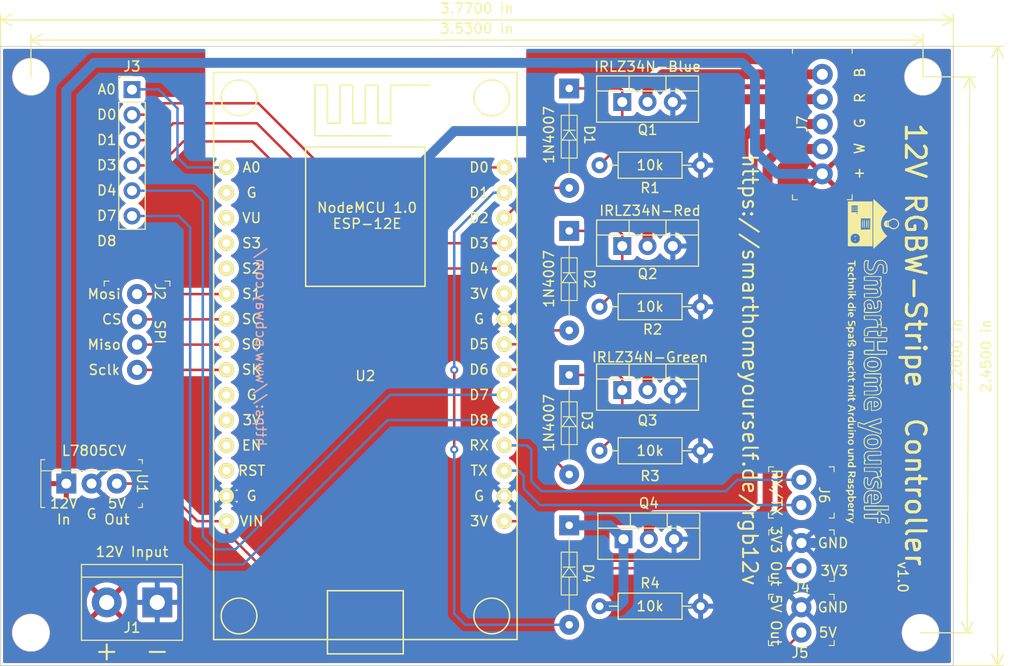
<source format=kicad_pcb>
(kicad_pcb (version 20241229) (generator "pcbnew") (generator_version "9.0")
  (layers (0 "F.Cu" signal) (2 "B.Cu" signal) (13 "F.Paste" user) (15 "B.Paste" user) (5 "F.SilkS" user "F.Silkscreen") (7 "B.SilkS" user "B.Silkscreen") (1 "F.Mask" user) (3 "B.Mask" user) (25 "Edge.Cuts" user))
  (net 0 "")
  (net 1 "Net-(D1-Pad1)")
  (net 2 "RED")
  (net 3 "Net-(D2-Pad1)")
  (net 4 "GREEN")
  (net 5 "BLUE")
  (net 6 "Net-(D3-Pad1)")
  (net 7 "12V")
  (net 8 "Net-(D4-Pad1)")
  (net 9 "GND")
  (net 10 "Net-(J2-Pad1)")
  (net 11 "Net-(J2-Pad2)")
  (net 12 "Net-(J2-Pad3)")
  (net 13 "Net-(J2-Pad4)")
  (net 14 "D8")
  (net 15 "D7")
  (net 16 "D4")
  (net 17 "D3")
  (net 18 "D0")
  (net 19 "A0")
  (net 20 "Net-(J4-Pad1)")
  (net 21 "5V")
  (net 22 "Net-(J6-Pad2)")
  (net 23 "Net-(J6-Pad1)")
  (net 24 "Net-(U2-Pad2)")
  (net 25 "Net-(U2-Pad3)")
  (net 26 "Net-(U2-Pad4)")
  (net 27 "Net-(U2-Pad5)")
  (net 28 "Net-(U2-Pad10)")
  (net 29 "Net-(U2-Pad11)")
  (net 30 "Net-(U2-Pad12)")
  (net 31 "Net-(U2-Pad13)")
  (net 32 "Net-(U2-Pad25)")
  (net 33 "WHITE")
  (net 34 "Net-(J7-Pad1)")
  (net 35 "Net-(J7-Pad2)")
  (net 36 "Net-(J7-Pad3)")
  (net 37 "Net-(J7-Pad4)")
  (footprint "digikey-footprints:Diode_DO-35_P10mm" (layer "F.Cu") (at 159.004 51.214 -90)
    (property "Reference" "D1" (at 4.666 -2.032 270) (layer "F.SilkS"))
    (property "Value" "1N4007")
    (pad "1" thru_hole rect (at 0 0 270) (size 2 2) (drill 0.76) (layers "*.Cu" "*.Mask") (net 1 "Net-(D1-Pad1)"))
    (pad "2" thru_hole circle (at 10 0 270) (size 2 2) (drill 0.76) (layers "*.Cu" "*.Mask") (net 5 "BLUE"))
  )
  (footprint "digikey-footprints:Diode_DO-35_P10mm" (layer "F.Cu") (at 159.004 65.532 -90)
    (property "Reference" "D2" (at 4.826 -2.032 270) (layer "F.SilkS"))
    (property "Value" "1N4007")
    (pad "1" thru_hole rect (at 0 0 270) (size 2 2) (drill 0.76) (layers "*.Cu" "*.Mask") (net 3 "Net-(D2-Pad1)"))
    (pad "2" thru_hole circle (at 10 0 270) (size 2 2) (drill 0.76) (layers "*.Cu" "*.Mask") (net 2 "RED"))
  )
  (footprint "digikey-footprints:Diode_DO-35_P10mm" (layer "F.Cu") (at 159.004 80.01 -90)
    (property "Reference" "D3" (at 4.572 -1.778 270) (layer "F.SilkS"))
    (property "Value" "1N4007")
    (pad "1" thru_hole rect (at 0 0 270) (size 2 2) (drill 0.76) (layers "*.Cu" "*.Mask") (net 6 "Net-(D3-Pad1)"))
    (pad "2" thru_hole circle (at 10 0 270) (size 2 2) (drill 0.76) (layers "*.Cu" "*.Mask") (net 4 "GREEN"))
  )
  (footprint "Connectors_Terminal_Blocks:TerminalBlock_bornier-2_P5.08mm" (layer "F.Cu") (at 117.602 102.87 180)
    (property "Reference" "J1" (at 2.54 -2.54 0) (layer "F.SilkS"))
    (property "Value" "12V Input")
    (pad "1" thru_hole rect (at 0 0 180) (size 3 3) (drill 1.52) (layers "*.Cu" "*.Mask") (net 9 "GND"))
    (pad "2" thru_hole circle (at 5.08 0 180) (size 3 3) (drill 1.52) (layers "*.Cu" "*.Mask") (net 7 "12V"))
  )
  (footprint "digikey-footprints:PinHeader_1x4_P2.54mm_Drill1.02mm" (layer "F.Cu") (at 115.57 71.882 -90)
    (property "Reference" "J2" (at -0.254 -2.286 270) (layer "F.SilkS"))
    (property "Value" "SPI")
    (pad "1" thru_hole circle (at 0 0 270) (size 2.02 2.02) (drill 1.02) (layers "*.Cu" "*.Mask") (net 10 "Net-(J2-Pad1)"))
    (pad "2" thru_hole circle (at 2.54 0 270) (size 2.02 2.02) (drill 1.02) (layers "*.Cu" "*.Mask") (net 11 "Net-(J2-Pad2)"))
    (pad "3" thru_hole circle (at 5.08 0 270) (size 2.02 2.02) (drill 1.02) (layers "*.Cu" "*.Mask") (net 12 "Net-(J2-Pad3)"))
    (pad "4" thru_hole circle (at 7.62 0 270) (size 2.02 2.02) (drill 1.02) (layers "*.Cu" "*.Mask") (net 13 "Net-(J2-Pad4)"))
  )
  (footprint "digikey-footprints:PinHeader_1x2_P2.54mm_Drill1.02mm" (layer "F.Cu") (at 182.3339 93.091 90)
    (property "Reference" "J6" (at 1.016 2.286 270) (layer "F.SilkS"))
    (property "Value" "RX/TX")
    (pad "1" thru_hole circle (at 0 0 90) (size 2.02 2.02) (drill 1.02) (layers "*.Cu" "*.Mask") (net 23 "Net-(J6-Pad1)"))
    (pad "2" thru_hole circle (at 2.54 0 90) (size 2.02 2.02) (drill 1.02) (layers "*.Cu" "*.Mask") (net 22 "Net-(J6-Pad2)"))
  )
  (footprint "TO_SOT_Packages_THT:TO-220-3_Vertical" (layer "F.Cu") (at 164.338 52.578)
    (property "Reference" "Q1" (at 2.54 2.794 180) (layer "F.SilkS"))
    (property "Value" "IRLZ34N-Blue")
    (pad "1" thru_hole rect (at 0 0) (size 1.8 1.8) (drill 1) (layers "*.Cu" "*.Mask") (net 1 "Net-(D1-Pad1)"))
    (pad "2" thru_hole oval (at 2.54 0) (size 1.8 1.8) (drill 1) (layers "*.Cu" "*.Mask") (net 34 "Net-(J7-Pad1)"))
    (pad "3" thru_hole oval (at 5.08 0) (size 1.8 1.8) (drill 1) (layers "*.Cu" "*.Mask") (net 9 "GND"))
  )
  (footprint "TO_SOT_Packages_THT:TO-220-3_Vertical" (layer "F.Cu") (at 164.338 67.056)
    (property "Reference" "Q2" (at 2.54 2.794 0) (layer "F.SilkS"))
    (property "Value" "IRLZ34N-Red")
    (pad "1" thru_hole rect (at 0 0) (size 1.8 1.8) (drill 1) (layers "*.Cu" "*.Mask") (net 3 "Net-(D2-Pad1)"))
    (pad "2" thru_hole oval (at 2.54 0) (size 1.8 1.8) (drill 1) (layers "*.Cu" "*.Mask") (net 35 "Net-(J7-Pad2)"))
    (pad "3" thru_hole oval (at 5.08 0) (size 1.8 1.8) (drill 1) (layers "*.Cu" "*.Mask") (net 9 "GND"))
  )
  (footprint "TO_SOT_Packages_THT:TO-220-3_Vertical" (layer "F.Cu") (at 164.338 81.534)
    (property "Reference" "Q3" (at 2.54 3.048 0) (layer "F.SilkS"))
    (property "Value" "IRLZ34N-Green")
    (pad "1" thru_hole rect (at 0 0) (size 1.8 1.8) (drill 1) (layers "*.Cu" "*.Mask") (net 6 "Net-(D3-Pad1)"))
    (pad "2" thru_hole oval (at 2.54 0) (size 1.8 1.8) (drill 1) (layers "*.Cu" "*.Mask") (net 36 "Net-(J7-Pad3)"))
    (pad "3" thru_hole oval (at 5.08 0) (size 1.8 1.8) (drill 1) (layers "*.Cu" "*.Mask") (net 9 "GND"))
  )
  (footprint "Resistors_THT:R_Axial_DIN0207_L6.3mm_D2.5mm_P10.16mm_Horizontal" (layer "F.Cu") (at 162.052 58.928)
    (property "Reference" "R1" (at 5.08 2.286 0) (layer "F.SilkS"))
    (property "Value" "10k")
    (pad "1" thru_hole circle (at 0 0) (size 1.6 1.6) (drill 0.8) (layers "*.Cu" "*.Mask") (net 1 "Net-(D1-Pad1)"))
    (pad "2" thru_hole oval (at 10.16 0) (size 1.6 1.6) (drill 0.8) (layers "*.Cu" "*.Mask") (net 9 "GND"))
  )
  (footprint "Resistors_THT:R_Axial_DIN0207_L6.3mm_D2.5mm_P10.16mm_Horizontal" (layer "F.Cu") (at 162.052 73.152)
    (property "Reference" "R2" (at 5.334 2.286 0) (layer "F.SilkS"))
    (property "Value" "10k")
    (pad "1" thru_hole circle (at 0 0) (size 1.6 1.6) (drill 0.8) (layers "*.Cu" "*.Mask") (net 3 "Net-(D2-Pad1)"))
    (pad "2" thru_hole oval (at 10.16 0) (size 1.6 1.6) (drill 0.8) (layers "*.Cu" "*.Mask") (net 9 "GND"))
  )
  (footprint "Resistors_THT:R_Axial_DIN0207_L6.3mm_D2.5mm_P10.16mm_Horizontal" (layer "F.Cu") (at 162.052 87.63)
    (property "Reference" "R3" (at 5.08 2.54 0) (layer "F.SilkS"))
    (property "Value" "10k")
    (pad "1" thru_hole circle (at 0 0) (size 1.6 1.6) (drill 0.8) (layers "*.Cu" "*.Mask") (net 6 "Net-(D3-Pad1)"))
    (pad "2" thru_hole oval (at 10.16 0) (size 1.6 1.6) (drill 0.8) (layers "*.Cu" "*.Mask") (net 9 "GND"))
  )
  (footprint "digikey-footprints:TO-220-3" (layer "F.Cu") (at 108.458 90.932)
    (property "Reference" "U1" (at 7.62 0 270) (layer "F.SilkS"))
    (property "Value" "L7805CV")
    (pad "1" thru_hole rect (at 0 0) (size 2 2) (drill 1) (layers "*.Cu" "*.Mask") (net 7 "12V"))
    (pad "2" thru_hole circle (at 2.54 0) (size 2 2) (drill 1) (layers "*.Cu" "*.Mask") (net 9 "GND"))
    (pad "3" thru_hole circle (at 5.08 0) (size 2 2) (drill 1) (layers "*.Cu" "*.Mask") (net 21 "5V"))
  )
  (footprint "digikey-footprints:PinHeader_1x2_P2.54mm_Drill1.02mm" (layer "F.Cu") (at 182.3466 99.441 90)
    (property "Reference" "J4" (at -1.905 0 0) (layer "F.SilkS"))
    (property "Value" "3V3 Out")
    (pad "1" thru_hole circle (at 0 0 90) (size 2.02 2.02) (drill 1.02) (layers "*.Cu" "*.Mask") (net 20 "Net-(J4-Pad1)"))
    (pad "2" thru_hole circle (at 2.54 0 90) (size 2.02 2.02) (drill 1.02) (layers "*.Cu" "*.Mask") (net 9 "GND"))
  )
  (footprint "ESP8266:NodeMCU1.0(12-E)" (layer "F.Cu") (at 138.515001 80.105001)
    (property "Reference" "U2" (at 0 0 0) (layer "F.SilkS"))
    (property "Value" "NodeMCU_1.0_(ESP-12E)")
    (fp_text user "S1" (at -11.43 -8.255 0) (layer "F.SilkS"))
    (fp_text user "RST" (at -11.43 9.525 0) (layer "F.SilkS"))
    (fp_text user "D1" (at 11.43 -18.415 0) (layer "F.SilkS"))
    (fp_text user "G" (at -11.43 12.065 0) (layer "F.SilkS"))
    (fp_text user "RX" (at 11.43 6.985 0) (layer "F.SilkS"))
    (fp_text user "A0" (at -11.43 -20.955 0) (layer "F.SilkS"))
    (fp_text user "3V" (at 11.43 14.605 0) (layer "F.SilkS"))
    (fp_text user "D7" (at 11.43 1.905 0) (layer "F.SilkS"))
    (fp_text user "G" (at -11.43 1.905 0) (layer "F.SilkS"))
    (fp_text user "3V" (at -11.43 4.445 0) (layer "F.SilkS"))
    (fp_text user "G" (at -11.43 -18.415 0) (layer "F.SilkS"))
    (fp_text user "D3" (at 11.43 -13.335 0) (layer "F.SilkS"))
    (fp_text user "3V" (at 11.43 -8.255 0) (layer "F.SilkS"))
    (fp_text user "VU" (at -11.43 -15.875 0) (layer "F.SilkS"))
    (fp_text user "S3" (at -11.43 -13.335 0) (layer "F.SilkS"))
    (fp_text user "D4" (at 11.43 -10.795 0) (layer "F.SilkS"))
    (fp_text user "EN" (at -11.43 6.985 0) (layer "F.SilkS"))
    (fp_text user "D5" (at 11.43 -3.175 0) (layer "F.SilkS"))
    (fp_text user "D8" (at 11.43 4.445 0) (layer "F.SilkS"))
    (fp_text user "D0" (at 11.43 -20.955 0) (layer "F.SilkS"))
    (fp_text user "VIN" (at -11.43 14.605 0) (layer "F.SilkS"))
    (fp_text user "G" (at 11.43 12.065 0) (layer "F.SilkS"))
    (fp_text user "S2" (at -11.43 -10.795 0) (layer "F.SilkS"))
    (fp_text user "SC" (at -11.43 -5.715 0) (layer "F.SilkS"))
    (fp_text user "G" (at 11.43 -5.715 0) (layer "F.SilkS"))
    (fp_text user "TX" (at 11.43 9.525 0) (layer "F.SilkS"))
    (fp_text user "D6" (at 11.43 -0.635 0) (layer "F.SilkS"))
    (fp_text user "D2" (at 11.43 -15.875 0) (layer "F.SilkS"))
    (fp_text user "SK" (at -11.43 -0.635 0) (layer "F.SilkS"))
    (fp_text user "SO" (at -11.43 -3.175 0) (layer "F.SilkS"))
    (pad "1" thru_hole circle (at -13.97 -20.955) (size 1.524 1.524) (drill 0.762) (layers "*.Cu" "*.Mask" "F.SilkS") (net 19 "A0"))
    (pad "2" thru_hole circle (at -13.97 -18.415) (size 1.524 1.524) (drill 0.762) (layers "*.Cu" "*.Mask" "F.SilkS") (net 24 "Net-(U2-Pad2)"))
    (pad "3" thru_hole circle (at -13.97 -15.875) (size 1.524 1.524) (drill 0.762) (layers "*.Cu" "*.Mask" "F.SilkS") (net 25 "Net-(U2-Pad3)"))
    (pad "4" thru_hole circle (at -13.97 -13.335) (size 1.524 1.524) (drill 0.762) (layers "*.Cu" "*.Mask" "F.SilkS") (net 26 "Net-(U2-Pad4)"))
    (pad "5" thru_hole circle (at -13.97 -10.795) (size 1.524 1.524) (drill 0.762) (layers "*.Cu" "*.Mask" "F.SilkS") (net 27 "Net-(U2-Pad5)"))
    (pad "6" thru_hole circle (at -13.97 -8.255) (size 1.524 1.524) (drill 0.762) (layers "*.Cu" "*.Mask" "F.SilkS") (net 10 "Net-(J2-Pad1)"))
    (pad "7" thru_hole circle (at -13.97 -5.715) (size 1.524 1.524) (drill 0.762) (layers "*.Cu" "*.Mask" "F.SilkS") (net 11 "Net-(J2-Pad2)"))
    (pad "8" thru_hole circle (at -13.97 -3.175) (size 1.524 1.524) (drill 0.762) (layers "*.Cu" "*.Mask" "F.SilkS") (net 12 "Net-(J2-Pad3)"))
    (pad "9" thru_hole circle (at -13.97 -0.635) (size 1.524 1.524) (drill 0.762) (layers "*.Cu" "*.Mask" "F.SilkS") (net 13 "Net-(J2-Pad4)"))
    (pad "10" thru_hole circle (at -13.97 1.905) (size 1.524 1.524) (drill 0.762) (layers "*.Cu" "*.Mask" "F.SilkS") (net 28 "Net-(U2-Pad10)"))
    (pad "11" thru_hole circle (at -13.97 4.445) (size 1.524 1.524) (drill 0.762) (layers "*.Cu" "*.Mask" "F.SilkS") (net 29 "Net-(U2-Pad11)"))
    (pad "12" thru_hole circle (at -13.97 6.985) (size 1.524 1.524) (drill 0.762) (layers "*.Cu" "*.Mask" "F.SilkS") (net 30 "Net-(U2-Pad12)"))
    (pad "13" thru_hole circle (at -13.97 9.525) (size 1.524 1.524) (drill 0.762) (layers "*.Cu" "*.Mask" "F.SilkS") (net 31 "Net-(U2-Pad13)"))
    (pad "14" thru_hole circle (at -13.97 12.065) (size 1.524 1.524) (drill 0.762) (layers "*.Cu" "*.Mask" "F.SilkS") (net 9 "GND"))
    (pad "15" thru_hole circle (at -13.97 14.605) (size 1.524 1.524) (drill 0.762) (layers "*.Cu" "*.Mask" "F.SilkS") (net 21 "5V"))
    (pad "16" thru_hole circle (at 13.97 14.605) (size 1.524 1.524) (drill 0.762) (layers "*.Cu" "*.Mask" "F.SilkS") (net 20 "Net-(J4-Pad1)"))
    (pad "17" thru_hole circle (at 13.97 12.065) (size 1.524 1.524) (drill 0.762) (layers "*.Cu" "*.Mask" "F.SilkS") (net 9 "GND"))
    (pad "18" thru_hole circle (at 13.97 9.525) (size 1.524 1.524) (drill 0.762) (layers "*.Cu" "*.Mask" "F.SilkS") (net 23 "Net-(J6-Pad1)"))
    (pad "19" thru_hole circle (at 13.97 6.985) (size 1.524 1.524) (drill 0.762) (layers "*.Cu" "*.Mask" "F.SilkS") (net 22 "Net-(J6-Pad2)"))
    (pad "20" thru_hole circle (at 13.97 4.445) (size 1.524 1.524) (drill 0.762) (layers "*.Cu" "*.Mask" "F.SilkS") (net 14 "D8"))
    (pad "21" thru_hole circle (at 13.97 1.905) (size 1.524 1.524) (drill 0.762) (layers "*.Cu" "*.Mask" "F.SilkS") (net 15 "D7"))
    (pad "22" thru_hole circle (at 13.97 -0.635) (size 1.524 1.524) (drill 0.762) (layers "*.Cu" "*.Mask" "F.SilkS") (net 4 "GREEN"))
    (pad "23" thru_hole circle (at 13.97 -3.175) (size 1.524 1.524) (drill 0.762) (layers "*.Cu" "*.Mask" "F.SilkS") (net 2 "RED"))
    (pad "24" thru_hole circle (at 13.97 -5.715) (size 1.524 1.524) (drill 0.762) (layers "*.Cu" "*.Mask" "F.SilkS") (net 9 "GND"))
    (pad "25" thru_hole circle (at 13.97 -8.255) (size 1.524 1.524) (drill 0.762) (layers "*.Cu" "*.Mask" "F.SilkS") (net 32 "Net-(U2-Pad25)"))
    (pad "26" thru_hole circle (at 13.97 -10.795) (size 1.524 1.524) (drill 0.762) (layers "*.Cu" "*.Mask" "F.SilkS") (net 16 "D4"))
    (pad "27" thru_hole circle (at 13.97 -13.335) (size 1.524 1.524) (drill 0.762) (layers "*.Cu" "*.Mask" "F.SilkS") (net 17 "D3"))
    (pad "28" thru_hole circle (at 13.97 -15.875) (size 1.524 1.524) (drill 0.762) (layers "*.Cu" "*.Mask" "F.SilkS") (net 5 "BLUE"))
    (pad "29" thru_hole circle (at 13.97 -18.415) (size 1.524 1.524) (drill 0.762) (layers "*.Cu" "*.Mask" "F.SilkS") (net 33 "WHITE"))
    (pad "30" thru_hole circle (at 13.97 -20.955) (size 1.524 1.524) (drill 0.762) (layers "*.Cu" "*.Mask" "F.SilkS") (net 18 "D0"))
  )
  (footprint "digikey-footprints:PinHeader_1x2_P2.54mm_Drill1.02mm" (layer "F.Cu") (at 182.3339 105.9053 90)
    (property "Reference" "J5" (at -2.032 -0.127 0) (layer "F.SilkS"))
    (property "Value" "5V Out")
    (pad "1" thru_hole circle (at 0 0 90) (size 2.02 2.02) (drill 1.02) (layers "*.Cu" "*.Mask") (net 21 "5V"))
    (pad "2" thru_hole circle (at 2.54 0 90) (size 2.02 2.02) (drill 1.02) (layers "*.Cu" "*.Mask") (net 9 "GND"))
  )
  (footprint "digikey-footprints:PinHeader_1x5_P2.5mm_Drill1.1mm" (layer "F.Cu") (at 184.4421 49.7967 -90)
    (property "Reference" "J7" (at 4.9911 2.0066 90) (layer "F.SilkS"))
    (property "Value" "B5B-XH-A_LF__SN_")
    (pad "1" thru_hole circle (at 0 0 270) (size 2.1 2.1) (drill 1.1) (layers "*.Cu" "*.Mask") (net 34 "Net-(J7-Pad1)"))
    (pad "2" thru_hole circle (at 2.5 0 270) (size 2.1 2.1) (drill 1.1) (layers "*.Cu" "*.Mask") (net 35 "Net-(J7-Pad2)"))
    (pad "3" thru_hole circle (at 5 0 270) (size 2.1 2.1) (drill 1.1) (layers "*.Cu" "*.Mask") (net 36 "Net-(J7-Pad3)"))
    (pad "4" thru_hole circle (at 7.5 0 270) (size 2.1 2.1) (drill 1.1) (layers "*.Cu" "*.Mask") (net 37 "Net-(J7-Pad4)"))
    (pad "5" thru_hole circle (at 10 0 270) (size 2.1 2.1) (drill 1.1) (layers "*.Cu" "*.Mask") (net 7 "12V"))
  )
  (footprint "TO_SOT_Packages_THT:TO-220-3_Vertical" (layer "F.Cu") (at 164.465 96.52)
    (property "Reference" "Q4" (at 2.54 -3.62 0) (layer "F.SilkS"))
    (property "Value" "IRLZ34N-White")
    (pad "1" thru_hole rect (at 0 0) (size 1.8 1.8) (drill 1) (layers "*.Cu" "*.Mask") (net 8 "Net-(D4-Pad1)"))
    (pad "2" thru_hole oval (at 2.54 0) (size 1.8 1.8) (drill 1) (layers "*.Cu" "*.Mask") (net 37 "Net-(J7-Pad4)"))
    (pad "3" thru_hole oval (at 5.08 0) (size 1.8 1.8) (drill 1) (layers "*.Cu" "*.Mask") (net 9 "GND"))
  )
  (footprint "Pin_Headers:Pin_Header_Straight_1x06_Pitch2.54mm" (layer "F.Cu") (at 115.062 51.3334)
    (property "Reference" "J3" (at 0 -2.33 0) (layer "F.SilkS"))
    (property "Value" "Conn_01x06_Male")
    (pad "1" thru_hole rect (at 0 0) (size 1.7 1.7) (drill 1) (layers "*.Cu" "*.Mask") (net 19 "A0"))
    (pad "2" thru_hole oval (at 0 2.54) (size 1.7 1.7) (drill 1) (layers "*.Cu" "*.Mask") (net 18 "D0"))
    (pad "3" thru_hole oval (at 0 5.08) (size 1.7 1.7) (drill 1) (layers "*.Cu" "*.Mask") (net 17 "D3"))
    (pad "4" thru_hole oval (at 0 7.62) (size 1.7 1.7) (drill 1) (layers "*.Cu" "*.Mask") (net 16 "D4"))
    (pad "5" thru_hole oval (at 0 10.16) (size 1.7 1.7) (drill 1) (layers "*.Cu" "*.Mask") (net 15 "D7"))
    (pad "6" thru_hole oval (at 0 12.7) (size 1.7 1.7) (drill 1) (layers "*.Cu" "*.Mask") (net 14 "D8"))
  )
  (footprint "digikey-footprints:Diode_DO-35_P10mm" (layer "F.Cu") (at 159.004 95.123 -90)
    (property "Reference" "D4" (at 4.826 -1.905 270) (layer "F.SilkS"))
    (property "Value" "1N4007")
    (pad "1" thru_hole rect (at 0 0 270) (size 2 2) (drill 0.76) (layers "*.Cu" "*.Mask") (net 8 "Net-(D4-Pad1)"))
    (pad "2" thru_hole circle (at 10 0 270) (size 2 2) (drill 0.76) (layers "*.Cu" "*.Mask") (net 33 "WHITE"))
  )
  (footprint "Resistors_THT:R_Axial_DIN0207_L6.3mm_D2.5mm_P10.16mm_Horizontal" (layer "F.Cu") (at 162.052 103.251)
    (property "Reference" "R4" (at 5.08 -2.31 0) (layer "F.SilkS"))
    (property "Value" "10k")
    (pad "1" thru_hole circle (at 0 0) (size 1.6 1.6) (drill 0.8) (layers "*.Cu" "*.Mask") (net 8 "Net-(D4-Pad1)"))
    (pad "2" thru_hole oval (at 10.16 0) (size 1.6 1.6) (drill 0.8) (layers "*.Cu" "*.Mask") (net 9 "GND"))
  )
  (footprint "Grafiken:SHYS-Logo_small" (layer "F.Cu") (at 189.484 78.613 -90)
    (property "Reference" "G***" (hide yes))
    (property "Value" "LOGO" (hide yes))
  )
  (gr_circle (center 194.564 50.038) (end 194.564 51.887147) (stroke (width 0.05)) (fill no) (layer "Edge.Cuts"))
  (gr_circle (center 104.902 50.038) (end 104.902 51.887147) (stroke (width 0.05)) (fill no) (layer "Edge.Cuts"))
  (gr_circle (center 194.31 105.918) (end 196.088 106.426) (stroke (width 0.05)) (fill no) (layer "Edge.Cuts"))
  (gr_line (start 197.612 46.99) (end 197.612 109.22) (stroke (width 0.1)) (layer "Edge.Cuts"))
  (gr_line (start 197.612 109.22) (end 101.854 109.22) (stroke (width 0.1)) (layer "Edge.Cuts"))
  (gr_line (start 101.854 46.99) (end 197.612 46.99) (stroke (width 0.1)) (layer "Edge.Cuts"))
  (gr_line (start 101.854 109.22) (end 101.854 46.99) (stroke (width 0.1)) (layer "Edge.Cuts"))
  (gr_circle (center 104.902 105.918) (end 105.156 107.767147) (stroke (width 0.05)) (fill no) (layer "Edge.Cuts"))
  (gr_text "W" (at 188.1886 57.2516 90) (layer "F.SilkS") (effects (font (size 1 1))))
  (gr_text "https://smarthomeyourself.de/rgb12v" (at 177.165 79.502 270) (layer "F.SilkS") (effects (font (size 1.5 1.5) (thickness 0.2))))
  (gr_text "IRLZ34N-Green" (at 167.132 78.232 0) (layer "F.SilkS") (effects (font (size 1 1))))
  (gr_text "NodeMCU 1.0\nESP-12E" (at 138.684 64.008 0) (layer "F.SilkS") (effects (font (size 1 1))))
  (gr_text "v1.0" (at 192.532 100.33 270) (layer "F.SilkS") (effects (font (size 1 1))))
  (gr_text "D7" (at 112.522 64.008 0) (layer "F.SilkS") (effects (font (size 1 1))))
  (gr_text "L7805CV" (at 111.252 87.63 0) (layer "F.SilkS") (effects (font (size 1 1))))
  (gr_text "IRLZ34N-Blue" (at 166.878 49.022 0) (layer "F.SilkS") (effects (font (size 1 1))))
  (gr_text "IRLZ34N-Red" (at 167.132 63.5 0) (layer "F.SilkS") (effects (font (size 1 1))))
  (gr_text "Miso" (at 112.268 76.962 0) (layer "F.SilkS") (effects (font (size 1 1))))
  (gr_text "1N4007" (at 156.972 55.88 90) (layer "F.SilkS") (effects (font (size 1 1))))
  (gr_text "D8" (at 112.522 66.548 0) (layer "F.SilkS") (effects (font (size 1 1))))
  (gr_text "10k" (at 167.132 73.152 0) (layer "F.SilkS") (effects (font (size 1 1))))
  (gr_text "RX/TX" (at 179.8447 91.821 270) (layer "F.SilkS") (effects (font (size 1 1))))
  (gr_text "12V RGBW-Stripe  Controller" (at 193.802 76.962 270) (layer "F.SilkS") (effects (font (size 2 2) (thickness 0.3))))
  (gr_text "+" (at 188.1886 59.6646 0) (layer "F.SilkS") (effects (font (size 1 1))))
  (gr_text "3V3 Out" (at 179.7939 98.2091 270) (layer "F.SilkS") (effects (font (size 1 1))))
  (gr_text "12V Input" (at 115.062 97.79 0) (layer "F.SilkS") (effects (font (size 1 1))))
  (gr_text "10k" (at 167.132 103.251 0) (layer "F.SilkS") (effects (font (size 1 1))))
  (gr_text "Sclk" (at 112.268 79.502 0) (layer "F.SilkS") (effects (font (size 1 1))))
  (gr_text "12V\nIn" (at 108.204 93.726 0) (layer "F.SilkS") (effects (font (size 1 1))))
  (gr_text "1N4007" (at 156.972 84.836 90) (layer "F.SilkS") (effects (font (size 1 1))))
  (gr_text "3V3" (at 185.6486 99.695 0) (layer "F.SilkS") (effects (font (size 1 1))))
  (gr_text "G" (at 110.998 93.98 0) (layer "F.SilkS") (effects (font (size 1 1))))
  (gr_text "Mosi" (at 112.268 71.882 0) (layer "F.SilkS") (effects (font (size 1 1))))
  (gr_text "D3" (at 112.522 58.928 0) (layer "F.SilkS") (effects (font (size 1 1))))
  (gr_text "A0" (at 112.522 51.308 0) (layer "F.SilkS") (effects (font (size 1 1))))
  (gr_text "R" (at 188.2267 52.1589 90) (layer "F.SilkS") (effects (font (size 1 1))))
  (gr_text "G" (at 188.2267 54.6989 90) (layer "F.SilkS") (effects (font (size 1 1))))
  (gr_text "-" (at 117.602 107.696 0) (layer "F.SilkS") (effects (font (size 2 2) (thickness 0.2))))
  (gr_text "D0" (at 112.522 53.848 0) (layer "F.SilkS") (effects (font (size 1 1))))
  (gr_text "1N4007" (at 156.972 70.358 90) (layer "F.SilkS") (effects (font (size 1 1))))
  (gr_text "CS" (at 113.03 74.422 0) (layer "F.SilkS") (effects (font (size 1 1))))
  (gr_text "D1" (at 112.522 56.388 0) (layer "F.SilkS") (effects (font (size 1 1))))
  (gr_text "GND" (at 185.5216 96.901 0) (layer "F.SilkS") (effects (font (size 1 1))))
  (gr_text "5V Out" (at 179.7939 104.6353 270) (layer "F.SilkS") (effects (font (size 1 1))))
  (gr_text "SPI" (at 117.856 75.692 270) (layer "F.SilkS") (effects (font (size 1 1))))
  (gr_text "10k" (at 167.132 58.928 0) (layer "F.SilkS") (effects (font (size 1 1))))
  (gr_text "5V\nOut" (at 113.538 93.726 0) (layer "F.SilkS") (effects (font (size 1 1))))
  (gr_text "5V" (at 185.0009 105.9053 0) (layer "F.SilkS") (effects (font (size 1 1))))
  (gr_text "10k" (at 167.132 87.63 0) (layer "F.SilkS") (effects (font (size 1 1))))
  (gr_text "D4" (at 112.522 61.468 0) (layer "F.SilkS") (effects (font (size 1 1))))
  (gr_text "B" (at 188.2267 49.6189 90) (layer "F.SilkS") (effects (font (size 1 1))))
  (gr_text "GND" (at 185.5089 103.3653 0) (layer "F.SilkS") (effects (font (size 1 1))))
  (gr_text "+" (at 112.522 107.696 0) (layer "F.SilkS") (effects (font (size 2 2) (thickness 0.2))))
  (gr_text "https://www.pcbway.com/" (at 128.016 77.216 270) (layer "B.SilkS") (effects (font (size 1 1)) (justify mirror)))
  (dimension (type aligned) (layer "F.SilkS") (pts (xy 194.31 105.918) (xy 194.564 50.038)) (height 4.692601) (format (prefix "") (suffix "") (units 0) (units_format 1) (precision 4)) (style (thickness 0.12) (arrow_length 1.27) (text_position_mode 0) (arrow_direction outward) (extension_height 0.58642) (extension_offset 0) (keep_text_aligned yes)) (gr_text "2.2000 in" (at 197.979565 77.994103 89.73956643) (layer "F.SilkS") (effects (font (size 1 1) (thickness 0.15)))))
  (dimension (type aligned) (layer "F.SilkS") (pts (xy 197.612 46.99) (xy 197.612 109.22)) (height -4.445) (format (prefix "") (suffix "") (units 0) (units_format 1) (precision 4)) (style (thickness 0.12) (arrow_length 1.27) (text_position_mode 0) (arrow_direction outward) (extension_height 0.58642) (extension_offset 0) (keep_text_aligned yes)) (gr_text "2.4500 in" (at 200.907 78.105 90) (layer "F.SilkS") (effects (font (size 1 1) (thickness 0.15)))))
  (dimension (type aligned) (layer "F.SilkS") (pts (xy 197.612 46.99) (xy 101.854 46.99)) (height 2.667) (format (prefix "") (suffix "") (units 0) (units_format 1) (precision 4)) (style (thickness 0.12) (arrow_length 1.27) (text_position_mode 0) (arrow_direction outward) (extension_height 0.58642) (extension_offset 0) (keep_text_aligned yes)) (gr_text "3.7700 in" (at 149.733 43.173 0) (layer "F.SilkS") (effects (font (size 1 1) (thickness 0.15)))))
  (dimension (type aligned) (layer "F.SilkS") (pts (xy 104.902 50.038) (xy 194.564 50.038)) (height -3.682999) (format (prefix "") (suffix "") (units 0) (units_format 1) (precision 4)) (style (thickness 0.12) (arrow_length 1.27) (text_position_mode 0) (arrow_direction outward) (extension_height 0.58642) (extension_offset 0) (keep_text_aligned yes)) (gr_text "3.5300 in" (at 149.733 45.205001 0) (layer "F.SilkS") (effects (font (size 1 1) (thickness 0.15)))))
  (segment (start 164.338 56.642) (end 162.052 58.928) (width 0.25) (layer "F.Cu") (net 1))
  (segment (start 164.338 51.428) (end 164.338 52.578) (width 0.25) (layer "F.Cu") (net 1))
  (segment (start 164.338 52.578) (end 164.338 56.642) (width 0.25) (layer "F.Cu") (net 1))
  (segment (start 159.004 51.214) (end 164.124 51.214) (width 0.25) (layer "F.Cu") (net 1))
  (segment (start 164.124 51.214) (end 164.338 51.428) (width 0.25) (layer "F.Cu") (net 1))
  (segment (start 154.971999 76.930001) (end 152.485001 76.930001) (width 0.25) (layer "F.Cu") (net 2))
  (segment (start 159.004 75.532) (end 156.37 75.532) (width 0.25) (layer "F.Cu") (net 2))
  (segment (start 156.37 75.532) (end 154.971999 76.930001) (width 0.25) (layer "F.Cu") (net 2))
  (segment (start 164.338 65.906) (end 164.338 67.056) (width 0.25) (layer "F.Cu") (net 3))
  (segment (start 164.338 67.056) (end 164.338 70.866) (width 0.25) (layer "F.Cu") (net 3))
  (segment (start 164.338 70.866) (end 162.052 73.152) (width 0.25) (layer "F.Cu") (net 3))
  (segment (start 159.004 65.532) (end 163.964 65.532) (width 0.25) (layer "F.Cu") (net 3))
  (segment (start 163.964 65.532) (end 164.338 65.906) (width 0.25) (layer "F.Cu") (net 3))
  (segment (start 156.464 87.47) (end 159.004 90.01) (width 0.25) (layer "F.Cu") (net 4))
  (segment (start 156.464 81.28) (end 156.464 87.47) (width 0.25) (layer "F.Cu") (net 4))
  (segment (start 154.654001 79.470001) (end 156.464 81.28) (width 0.25) (layer "F.Cu") (net 4))
  (segment (start 152.485001 79.470001) (end 154.654001 79.470001) (width 0.25) (layer "F.Cu") (net 4))
  (segment (start 155.501002 61.214) (end 159.004 61.214) (width 0.25) (layer "F.Cu") (net 5))
  (segment (start 152.485001 64.230001) (end 155.501002 61.214) (width 0.25) (layer "F.Cu") (net 5))
  (segment (start 164.338 80.384) (end 164.338 81.534) (width 0.25) (layer "F.Cu") (net 6))
  (segment (start 163.964 80.01) (end 164.338 80.384) (width 0.25) (layer "F.Cu") (net 6))
  (segment (start 164.338 81.534) (end 164.338 85.344) (width 0.25) (layer "F.Cu") (net 6))
  (segment (start 159.004 80.01) (end 163.964 80.01) (width 0.25) (layer "F.Cu") (net 6))
  (segment (start 164.338 85.344) (end 162.052 87.63) (width 0.25) (layer "F.Cu") (net 6))
  (segment (start 177.673 57.531) (end 177.673 49.911) (width 1) (layer "B.Cu") (net 7))
  (segment (start 184.4421 59.7967) (end 179.9387 59.7967) (width 1) (layer "B.Cu") (net 7))
  (segment (start 179.9387 59.7967) (end 177.673 57.531) (width 1) (layer "B.Cu") (net 7))
  (segment (start 108.458 51.435) (end 108.458 90.932) (width 1) (layer "B.Cu") (net 7))
  (segment (start 111.252 48.641) (end 108.458 51.435) (width 1) (layer "B.Cu") (net 7))
  (segment (start 176.403 48.641) (end 111.252 48.641) (width 1) (layer "B.Cu") (net 7))
  (segment (start 177.673 49.911) (end 176.403 48.641) (width 1) (layer "B.Cu") (net 7))
  (segment (start 164.465 102.743) (end 163.957 103.251) (width 1) (layer "B.Cu") (net 8))
  (segment (start 163.957 103.251) (end 162.052 103.251) (width 1) (layer "B.Cu") (net 8))
  (segment (start 159.004 95.123) (end 163.068 95.123) (width 1) (layer "B.Cu") (net 8))
  (segment (start 163.068 95.123) (end 164.465 96.52) (width 1) (layer "B.Cu") (net 8))
  (segment (start 164.465 96.52) (end 164.465 102.743) (width 1) (layer "B.Cu") (net 8))
  (segment (start 190.246 67.31) (end 190.246 94.996) (width 1) (layer "B.Cu") (net 9))
  (segment (start 188.341 96.901) (end 182.3466 96.901) (width 1) (layer "B.Cu") (net 9))
  (segment (start 140.716 62.23) (end 147.447 55.499) (width 1) (layer "B.Cu") (net 9))
  (segment (start 186.69 63.754) (end 190.246 67.31) (width 1) (layer "B.Cu") (net 9))
  (segment (start 175.514 57.15) (end 175.514 62.103) (width 1) (layer "B.Cu") (net 9))
  (segment (start 140.716 78.867) (end 140.716 62.23) (width 1) (layer "B.Cu") (net 9))
  (segment (start 190.246 94.996) (end 188.341 96.901) (width 1) (layer "B.Cu") (net 9))
  (segment (start 147.447 55.499) (end 173.863 55.499) (width 1) (layer "B.Cu") (net 9))
  (segment (start 177.165 63.754) (end 186.69 63.754) (width 1) (layer "B.Cu") (net 9))
  (segment (start 127.412999 92.170001) (end 140.716 78.867) (width 1) (layer "B.Cu") (net 9))
  (segment (start 175.514 62.103) (end 177.165 63.754) (width 1) (layer "B.Cu") (net 9))
  (segment (start 173.863 55.499) (end 175.514 57.15) (width 1) (layer "B.Cu") (net 9))
  (segment (start 124.545001 92.170001) (end 127.412999 92.170001) (width 1) (layer "B.Cu") (net 9))
  (segment (start 115.57 71.882) (end 124.513002 71.882) (width 0.25) (layer "F.Cu") (net 10))
  (segment (start 124.513002 71.882) (end 124.545001 71.850001) (width 0.25) (layer "F.Cu") (net 10))
  (segment (start 115.57 74.422) (end 124.513002 74.422) (width 0.25) (layer "F.Cu") (net 11))
  (segment (start 124.513002 74.422) (end 124.545001 74.390001) (width 0.25) (layer "F.Cu") (net 11))
  (segment (start 124.513002 76.962) (end 124.545001 76.930001) (width 0.25) (layer "F.Cu") (net 12))
  (segment (start 115.57 76.962) (end 124.513002 76.962) (width 0.25) (layer "F.Cu") (net 12))
  (segment (start 115.57 79.502) (end 124.513002 79.502) (width 0.25) (layer "F.Cu") (net 13))
  (segment (start 124.513002 79.502) (end 124.545001 79.470001) (width 0.25) (layer "F.Cu") (net 13))
  (segment (start 115.062 64.0334) (end 119.761 64.0334) (width 0.25) (layer "B.Cu") (net 14))
  (segment (start 120.904 96.774) (end 123.19 99.06) (width 0.25) (layer "B.Cu") (net 14))
  (segment (start 126.238 99.06) (end 140.747999 84.550001) (width 0.25) (layer "B.Cu") (net 14))
  (segment (start 123.19 99.06) (end 126.238 99.06) (width 0.25) (layer "B.Cu") (net 14))
  (segment (start 140.747999 84.550001) (end 152.485001 84.550001) (width 0.25) (layer "B.Cu") (net 14))
  (segment (start 120.904 65.1764) (end 120.904 96.774) (width 0.25) (layer "B.Cu") (net 14))
  (segment (start 119.761 64.0334) (end 120.904 65.1764) (width 0.25) (layer "B.Cu") (net 14))
  (segment (start 125.476 97.536) (end 141.001999 82.010001) (width 0.25) (layer "B.Cu") (net 15))
  (segment (start 123.444 97.536) (end 125.476 97.536) (width 0.25) (layer "B.Cu") (net 15))
  (segment (start 115.062 61.4934) (end 121.1326 61.4934) (width 0.25) (layer "B.Cu") (net 15))
  (segment (start 122.174 62.5348) (end 122.174 96.266) (width 0.25) (layer "B.Cu") (net 15))
  (segment (start 122.174 96.266) (end 123.444 97.536) (width 0.25) (layer "B.Cu") (net 15))
  (segment (start 141.001999 82.010001) (end 152.485001 82.010001) (width 0.25) (layer "B.Cu") (net 15))
  (segment (start 121.1326 61.4934) (end 122.174 62.5348) (width 0.25) (layer "B.Cu") (net 15))
  (segment (start 120.2182 56.5404) (end 117.8052 58.9534) (width 0.25) (layer "F.Cu") (net 16))
  (segment (start 127.1524 56.5404) (end 120.2182 56.5404) (width 0.25) (layer "F.Cu") (net 16))
  (segment (start 117.8052 58.9534) (end 115.062 58.9534) (width 0.25) (layer "F.Cu") (net 16))
  (segment (start 152.485001 69.310001) (end 139.922001 69.310001) (width 0.25) (layer "F.Cu") (net 16))
  (segment (start 139.922001 69.310001) (end 127.1524 56.5404) (width 0.25) (layer "F.Cu") (net 16))
  (segment (start 117.5131 56.4134) (end 115.062 56.4134) (width 0.25) (layer "F.Cu") (net 17))
  (segment (start 119.2149 54.7116) (end 117.5131 56.4134) (width 0.25) (layer "F.Cu") (net 17))
  (segment (start 127.6096 54.7116) (end 119.2149 54.7116) (width 0.25) (layer "F.Cu") (net 17))
  (segment (start 152.485001 66.770001) (end 139.668001 66.770001) (width 0.25) (layer "F.Cu") (net 17))
  (segment (start 139.668001 66.770001) (end 127.6096 54.7116) (width 0.25) (layer "F.Cu") (net 17))
  (segment (start 116.772081 53.848) (end 117.915081 52.705) (width 0.25) (layer "F.Cu") (net 18))
  (segment (start 117.915081 52.705) (end 127.762 52.705) (width 0.25) (layer "F.Cu") (net 18))
  (segment (start 115.57 53.848) (end 116.772081 53.848) (width 0.25) (layer "F.Cu") (net 18))
  (segment (start 134.207001 59.150001) (end 152.485001 59.150001) (width 0.25) (layer "F.Cu") (net 18))
  (segment (start 127.762 52.705) (end 134.207001 59.150001) (width 0.25) (layer "F.Cu") (net 18))
  (segment (start 117.729 51.308) (end 119.634 53.213) (width 0.25) (layer "B.Cu") (net 19))
  (segment (start 119.634 53.213) (end 119.634 58.166) (width 0.25) (layer "B.Cu") (net 19))
  (segment (start 119.634 58.166) (end 120.618001 59.150001) (width 0.25) (layer "B.Cu") (net 19))
  (segment (start 115.57 51.308) (end 117.729 51.308) (width 0.25) (layer "B.Cu") (net 19))
  (segment (start 120.618001 59.150001) (end 124.545001 59.150001) (width 0.25) (layer "B.Cu") (net 19))
  (segment (start 156.464 99.441) (end 182.3466 99.441) (width 0.25) (layer "F.Cu") (net 20))
  (segment (start 154.146001 94.710001) (end 154.94 95.504) (width 0.25) (layer "F.Cu") (net 20))
  (segment (start 154.94 97.917) (end 156.464 99.441) (width 0.25) (layer "F.Cu") (net 20))
  (segment (start 154.94 95.504) (end 154.94 97.917) (width 0.25) (layer "F.Cu") (net 20))
  (segment (start 152.485001 94.710001) (end 154.146001 94.710001) (width 0.25) (layer "F.Cu") (net 20))
  (segment (start 117.856 90.932) (end 121.634001 94.710001) (width 0.25) (layer "F.Cu") (net 21))
  (segment (start 113.538 90.932) (end 117.856 90.932) (width 0.25) (layer "F.Cu") (net 21))
  (segment (start 124.545001 95.787631) (end 136.58037 107.823) (width 0.25) (layer "F.Cu") (net 21))
  (segment (start 121.634001 94.710001) (end 124.545001 94.710001) (width 0.25) (layer "F.Cu") (net 21))
  (segment (start 136.58037 107.823) (end 180.4162 107.823) (width 0.25) (layer "F.Cu") (net 21))
  (segment (start 180.4162 107.823) (end 182.3339 105.9053) (width 0.25) (layer "F.Cu") (net 21))
  (segment (start 124.545001 94.710001) (end 124.545001 95.787631) (width 0.25) (layer "F.Cu") (net 21))
  (segment (start 174.752 91.694) (end 156.21 91.694) (width 0.25) (layer "B.Cu") (net 22))
  (segment (start 182.3339 90.551) (end 175.895 90.551) (width 0.25) (layer "B.Cu") (net 22))
  (segment (start 175.895 90.551) (end 174.752 91.694) (width 0.25) (layer "B.Cu") (net 22))
  (segment (start 154.781001 87.090001) (end 152.485001 87.090001) (width 0.25) (layer "B.Cu") (net 22))
  (segment (start 156.21 91.694) (end 155.194 90.678) (width 0.25) (layer "B.Cu") (net 22))
  (segment (start 155.194 87.503) (end 154.781001 87.090001) (width 0.25) (layer "B.Cu") (net 22))
  (segment (start 155.194 90.678) (end 155.194 87.503) (width 0.25) (layer "B.Cu") (net 22))
  (segment (start 152.485001 89.630001) (end 153.892001 89.630001) (width 0.25) (layer "B.Cu") (net 23))
  (segment (start 153.892001 89.630001) (end 154.432 90.17) (width 0.25) (layer "B.Cu") (net 23))
  (segment (start 156.083 93.091) (end 182.3339 93.091) (width 0.25) (layer "B.Cu") (net 23))
  (segment (start 154.432 90.17) (end 154.432 91.44) (width 0.25) (layer "B.Cu") (net 23))
  (segment (start 154.432 91.44) (end 156.083 93.091) (width 0.25) (layer "B.Cu") (net 23))
  (segment (start 147.447 79.502) (end 147.447 80.067685) (width 0.25) (layer "F.Cu") (net 33))
  (segment (start 147.447 80.067685) (end 147.447 87.503) (width 0.25) (layer "F.Cu") (net 33))
  (via (at 147.447 79.502) (size 0.8) (drill 0.4) (layers "F.Cu" "B.Cu") (net 33))
  (via (at 147.447 87.503) (size 0.8) (drill 0.4) (layers "F.Cu" "B.Cu") (net 33))
  (segment (start 151.407371 61.690001) (end 147.447 65.650372) (width 0.25) (layer "B.Cu") (net 33))
  (segment (start 148.557 105.123) (end 159.004 105.123) (width 0.25) (layer "B.Cu") (net 33))
  (segment (start 147.447 65.650372) (end 147.447 79.502) (width 0.25) (layer "B.Cu") (net 33))
  (segment (start 152.485001 61.690001) (end 151.407371 61.690001) (width 0.25) (layer "B.Cu") (net 33))
  (segment (start 147.447 104.013) (end 148.557 105.123) (width 0.25) (layer "B.Cu") (net 33))
  (segment (start 147.447 87.503) (end 147.447 104.013) (width 0.25) (layer "B.Cu") (net 33))
  (segment (start 177.5587 49.7967) (end 184.4421 49.7967) (width 1) (layer "F.Cu") (net 34))
  (segment (start 168.399208 49.784) (end 166.878 51.305208) (width 1) (layer "F.Cu") (net 34))
  (segment (start 177.546 49.784) (end 168.399208 49.784) (width 1) (layer "F.Cu") (net 34))
  (segment (start 177.546 49.784) (end 177.5587 49.7967) (width 1) (layer "F.Cu") (net 34))
  (segment (start 166.878 51.305208) (end 166.878 52.578) (width 1) (layer "F.Cu") (net 34))
  (segment (start 166.878 67.056) (end 166.878 64.77) (width 1) (layer "F.Cu") (net 35))
  (segment (start 166.878 64.77) (end 168.148 63.5) (width 1) (layer "F.Cu") (net 35))
  (segment (start 174.498 52.832) (end 175.0333 52.2967) (width 1) (layer "F.Cu") (net 35))
  (segment (start 172.974 63.5) (end 174.498 61.976) (width 1) (layer "F.Cu") (net 35))
  (segment (start 174.498 61.976) (end 174.498 52.832) (width 1) (layer "F.Cu") (net 35))
  (segment (start 175.0333 52.2967) (end 184.4421 52.2967) (width 1) (layer "F.Cu") (net 35))
  (segment (start 168.148 63.5) (end 172.974 63.5) (width 1) (layer "F.Cu") (net 35))
  (segment (start 177.8673 54.7967) (end 184.4421 54.7967) (width 1) (layer "F.Cu") (net 36))
  (segment (start 166.878 78.994) (end 167.894 77.978) (width 1) (layer "F.Cu") (net 36))
  (segment (start 167.894 77.978) (end 175.514 77.978) (width 1) (layer "F.Cu") (net 36))
  (segment (start 176.53 56.134) (end 177.8673 54.7967) (width 1) (layer "F.Cu") (net 36))
  (segment (start 175.514 77.978) (end 176.53 76.962) (width 1) (layer "F.Cu") (net 36))
  (segment (start 176.53 76.962) (end 176.53 56.134) (width 1) (layer "F.Cu") (net 36))
  (segment (start 166.878 81.534) (end 166.878 78.994) (width 1) (layer "F.Cu") (net 36))
  (segment (start 177.546 94.615) (end 167.637208 94.615) (width 1) (layer "F.Cu") (net 37))
  (segment (start 178.943 93.218) (end 177.546 94.615) (width 1) (layer "F.Cu") (net 37))
  (segment (start 180.1933 57.2967) (end 178.943 58.547) (width 1) (layer "F.Cu") (net 37))
  (segment (start 184.4421 57.2967) (end 180.1933 57.2967) (width 1) (layer "F.Cu") (net 37))
  (segment (start 167.637208 94.615) (end 167.005 95.247208) (width 1) (layer "F.Cu") (net 37))
  (segment (start 167.005 95.247208) (end 167.005 96.52) (width 1) (layer "F.Cu") (net 37))
  (segment (start 178.943 58.547) (end 178.943 93.218) (width 1) (layer "F.Cu") (net 37))
  (zone (net 7) (net_name "12V") (layer "F.Cu") (connect_pads (clearance 0.508)) (min_thickness 0.254) (fill yes (thermal_gap 0.508) (thermal_bridge_width 0.508))
    (polygon (pts (xy 122.428 58.166) (xy 154.686 58.166) (xy 154.686 47.244) (xy 197.358 47.244) (xy 197.358 108.966) (xy 102.108 108.966) (xy 102.108 47.244) (xy 122.428 47.244)))
  )
  (zone (net 9) (net_name "GND") (layer "B.Cu") (connect_pads (clearance 0.508)) (min_thickness 0.254) (fill yes (thermal_gap 0.508) (thermal_bridge_width 0.508))
    (polygon (pts (xy 197.358 108.966) (xy 102.108 108.966) (xy 102.108 47.244) (xy 122.428 47.244) (xy 122.428 58.166) (xy 154.686 58.166) (xy 154.686 47.244) (xy 197.358 47.244)))
  )
)
</source>
